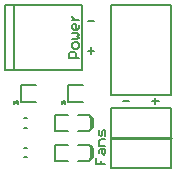
<source format=gto>
G04 Layer_Color=65535*
%FSLAX44Y44*%
%MOMM*%
G71*
G01*
G75*
%ADD20C,0.1270*%
%ADD21C,0.2000*%
%ADD22C,0.2540*%
D20*
X15500Y65000D02*
X18500D01*
X15500D02*
X18500Y66500D01*
X15500Y65000D02*
X18500Y63500D01*
Y66500D01*
X15500Y63500D02*
Y66500D01*
X21250Y65000D02*
X33850D01*
X21250Y80000D02*
X33850D01*
X21250Y65000D02*
Y80000D01*
X55500Y65000D02*
X58500D01*
X55500D02*
X58500Y66500D01*
X55500Y65000D02*
X58500Y63500D01*
Y66500D01*
X55500Y63500D02*
Y66500D01*
X61250Y65000D02*
X73850D01*
X61250Y80000D02*
X73850D01*
X61250Y65000D02*
Y80000D01*
X23476Y26564D02*
X26524D01*
X23476Y18436D02*
X26524D01*
X23476Y51564D02*
X26524D01*
X23476Y43436D02*
X26524D01*
X81750Y19000D02*
Y26000D01*
X49500Y29250D02*
X60500D01*
X49500Y15750D02*
X60500D01*
X49500D02*
Y29250D01*
X69500D02*
X78500D01*
X69500Y15750D02*
X78500D01*
X80500Y17750D01*
X80250Y17500D02*
X81750Y19000D01*
X80000Y27750D02*
X81750Y26000D01*
X80500Y17750D02*
Y27250D01*
X78500Y29250D02*
X80500Y27250D01*
X81750Y44000D02*
Y51000D01*
X49500Y54250D02*
X60500D01*
X49500Y40750D02*
X60500D01*
X49500D02*
Y54250D01*
X69500D02*
X78500D01*
X69500Y40750D02*
X78500D01*
X80500Y42750D01*
X80250Y42500D02*
X81750Y44000D01*
X80000Y52750D02*
X81750Y51000D01*
X80500Y42750D02*
Y52250D01*
X78500Y54250D02*
X80500Y52250D01*
X7488Y92500D02*
Y147632D01*
X14854D01*
X72500D01*
Y92500D02*
Y147632D01*
X14854Y92500D02*
X72500D01*
X7488D02*
X14854D01*
Y147632D01*
D21*
X147700Y9800D02*
Y60600D01*
X96900D02*
X147700D01*
X96900Y9800D02*
X147700D01*
X96900D02*
Y60600D01*
X97300Y71500D02*
Y120183D01*
Y71500D02*
Y147700D01*
X148100Y71500D02*
Y147700D01*
X97300D02*
X148100D01*
X97300Y71500D02*
X148100D01*
X77500Y133999D02*
X82832D01*
X77500Y108999D02*
X82832D01*
X80166Y111664D02*
Y106333D01*
X70000Y102500D02*
X62003D01*
Y106499D01*
X63335Y107832D01*
X66001D01*
X67334Y106499D01*
Y102500D01*
X70000Y111830D02*
Y114496D01*
X68667Y115829D01*
X66001D01*
X64668Y114496D01*
Y111830D01*
X66001Y110497D01*
X68667D01*
X70000Y111830D01*
X64668Y118495D02*
X68667D01*
X70000Y119828D01*
X68667Y121161D01*
X70000Y122494D01*
X68667Y123826D01*
X64668D01*
X70000Y130491D02*
Y127825D01*
X68667Y126492D01*
X66001D01*
X64668Y127825D01*
Y130491D01*
X66001Y131824D01*
X67334D01*
Y126492D01*
X64668Y134490D02*
X70000D01*
X67334D01*
X66001Y135823D01*
X64668Y137156D01*
Y138488D01*
X84503Y17832D02*
Y12500D01*
X88501D01*
Y15166D01*
Y12500D01*
X92500D01*
X87168Y21830D02*
Y24496D01*
X88501Y25829D01*
X92500D01*
Y21830D01*
X91167Y20497D01*
X89834Y21830D01*
Y25829D01*
X92500Y28495D02*
X87168D01*
Y32494D01*
X88501Y33826D01*
X92500D01*
Y36492D02*
Y40491D01*
X91167Y41824D01*
X89834Y40491D01*
Y37825D01*
X88501Y36492D01*
X87168Y37825D01*
Y41824D01*
X137500Y66001D02*
X132168D01*
X134834Y63335D02*
Y68667D01*
X112500Y66001D02*
X107168D01*
D22*
X96900Y35200D02*
X147700D01*
M02*

</source>
